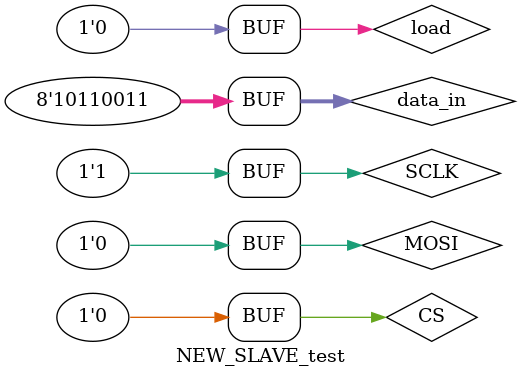
<source format=v>
module NEW_SLAVE_test;
reg MOSI, SCLK, CS, load;
reg [7:0]data_in;	
wire MISO;
wire done;
wire [7:0]rx;

NEW_SLAVE ins(MOSI, SCLK, CS, load, data_in, MISO, done, rx);
parameter mode = 2'd3; //[CPOL, CPHA]
initial begin
CS=1;
load=0;
SCLK= mode[1];
MOSI= 0;
data_in= 0;

#10 CS= 0;
#10 data_in= 8'b10110011;
#10 load= 1;
#10 load= 0;

if(mode[0])
#10 SCLK= ~SCLK;
MOSI= 1;
#10 SCLK= ~SCLK;
#10 SCLK= ~SCLK;
MOSI= 1;
#10 SCLK= ~SCLK;
#10 SCLK= ~SCLK;
MOSI= 0;
#10 SCLK= ~SCLK;
#10 SCLK= ~SCLK;
MOSI= 0;
#10 SCLK= ~SCLK;
#10 SCLK= ~SCLK;
MOSI= 1;
#10 SCLK= ~SCLK;
#10 SCLK= ~SCLK;
MOSI= 0;
#10 SCLK= ~SCLK;
#10 SCLK= ~SCLK;
MOSI= 1;
#10 SCLK= ~SCLK;
#10 SCLK= ~SCLK;
MOSI= 0;
#10 SCLK= ~SCLK;
if(!mode[0])
#10 SCLK= ~SCLK;
#20;
end
endmodule

</source>
